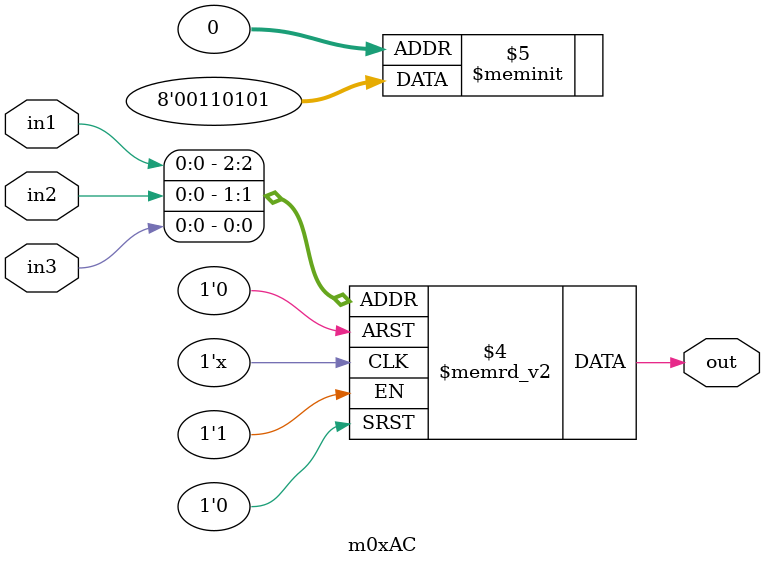
<source format=v>
module m0xAC(output out, input in1, in2, in3);

   always @(in1, in2, in3)
     begin
        case({in1, in2, in3})
          3'b000: {out} = 1'b1;
          3'b001: {out} = 1'b0;
          3'b010: {out} = 1'b1;
          3'b011: {out} = 1'b0;
          3'b100: {out} = 1'b1;
          3'b101: {out} = 1'b1;
          3'b110: {out} = 1'b0;
          3'b111: {out} = 1'b0;
        endcase // case ({in1, in2, in3})
     end // always @ (in1, in2, in3)

endmodule // m0xAC
</source>
